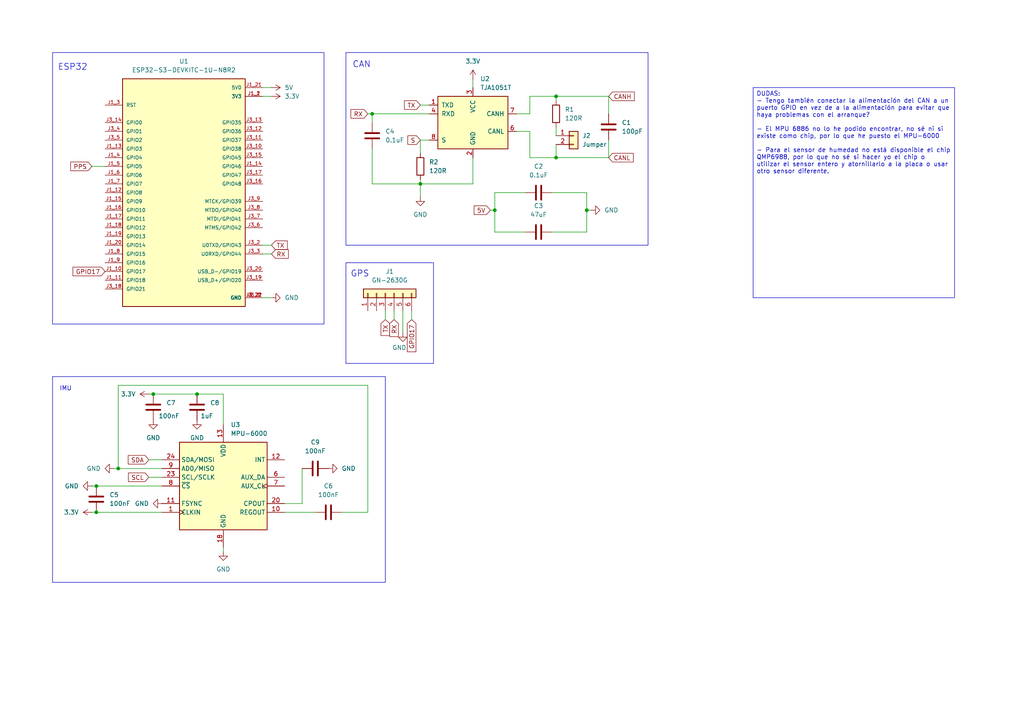
<source format=kicad_sch>
(kicad_sch (version 20250114) (generator "eeschema") (generator_version "9.0")
  (paper "A4")
  (lib_symbols
    (symbol "Connector_Generic:Conn_01x02" (pin_names (offset 1.016) (hide yes))
      (property "Reference" "J" (at 0 2.54 0))
      (property "Value" "Conn_01x02" (at 0 -5.08 0))
      (symbol "Conn_01x02_1_1"
        (rectangle (start -1.27 1.27) (end 1.27 -3.81) (stroke (width 0.254)) (fill (type background)))
        (rectangle (start -1.27 0.127) (end 0 -0.127) (stroke (width 0.1524)))
        (rectangle (start -1.27 -2.413) (end 0 -2.667) (stroke (width 0.1524)))
        (pin passive line (at -5.08 0 0) (length 3.81) (name "Pin_1") (number "1"))
        (pin passive line (at -5.08 -2.54 0) (length 3.81) (name "Pin_2") (number "2"))
      )
    )
    (symbol "Connector_Generic:Conn_01x06" (pin_names (offset 1.016) (hide yes))
      (property "Reference" "J" (at 0 7.62 0))
      (property "Value" "Conn_01x06" (at 0 -10.16 0))
      (symbol "Conn_01x06_1_1"
        (rectangle (start -1.27 6.35) (end 1.27 -8.89) (stroke (width 0.254)) (fill (type background)))
        (rectangle (start -1.27 5.207) (end 0 4.953) (stroke (width 0.1524)))
        (rectangle (start -1.27 2.667) (end 0 2.413) (stroke (width 0.1524)))
        (rectangle (start -1.27 0.127) (end 0 -0.127) (stroke (width 0.1524)))
        (rectangle (start -1.27 -2.413) (end 0 -2.667) (stroke (width 0.1524)))
        (rectangle (start -1.27 -4.953) (end 0 -5.207) (stroke (width 0.1524)))
        (rectangle (start -1.27 -7.493) (end 0 -7.747) (stroke (width 0.1524)))
        (pin passive line (at -5.08 5.08 0) (length 3.81) (name "Pin_1") (number "1"))
        (pin passive line (at -5.08 2.54 0) (length 3.81) (name "Pin_2") (number "2"))
        (pin passive line (at -5.08 0 0) (length 3.81) (name "Pin_3") (number "3"))
        (pin passive line (at -5.08 -2.54 0) (length 3.81) (name "Pin_4") (number "4"))
        (pin passive line (at -5.08 -5.08 0) (length 3.81) (name "Pin_5") (number "5"))
        (pin passive line (at -5.08 -7.62 0) (length 3.81) (name "Pin_6") (number "6"))
      )
    )
    (symbol "Device:C" (pin_numbers (hide yes)) (pin_names (offset 0.254))
      (property "Reference" "C" (at 0.635 2.54 0))
      (property "Value" "C" (at 0.635 -2.54 0))
      (symbol "C_0_1"
        (polyline (pts (xy -2.032 0.762) (xy 2.032 0.762)) (stroke (width 0.508)))
        (polyline (pts (xy -2.032 -0.762) (xy 2.032 -0.762)) (stroke (width 0.508)))
      )
      (symbol "C_1_1"
        (pin passive line (at 0 3.81 270) (length 2.794) (name "~") (number "1"))
        (pin passive line (at 0 -3.81 90) (length 2.794) (name "~") (number "2"))
      )
    )
    (symbol "Device:R" (pin_numbers (hide yes)) (pin_names (offset 0))
      (property "Reference" "R" (at 2.032 0 90))
      (property "Value" "R" (at 0 0 90))
      (symbol "R_0_1"
        (rectangle (start -1.016 -2.54) (end 1.016 2.54) (stroke (width 0.254)))
      )
      (symbol "R_1_1"
        (pin passive line (at 0 3.81 270) (length 1.27) (name "~") (number "1"))
        (pin passive line (at 0 -3.81 90) (length 1.27) (name "~") (number "2"))
      )
    )
    (symbol "Interface_CAN_LIN:TJA1051T" (pin_names (offset 1.016))
      (property "Reference" "U" (at -10.16 8.89 0))
      (property "Value" "TJA1051T" (at 1.27 8.89 0))
      (symbol "TJA1051T_0_1"
        (rectangle (start -10.16 7.62) (end 10.16 -7.62) (stroke (width 0.254)) (fill (type background)))
      )
      (symbol "TJA1051T_1_1"
        (pin input line (at -12.7 5.08 0) (length 2.54) (name "TXD") (number "1"))
        (pin output line (at -12.7 2.54 0) (length 2.54) (name "RXD") (number "4"))
        (pin input line (at -12.7 -5.08 0) (length 2.54) (name "S") (number "8"))
        (pin no_connect line (at -10.16 -2.54 0) (length 2.54) (hide yes) (name "NC") (number "5"))
        (pin power_in line (at 0 10.16 270) (length 2.54) (name "VCC") (number "3"))
        (pin power_in line (at 0 -10.16 90) (length 2.54) (name "GND") (number "2"))
        (pin bidirectional line (at 12.7 2.54 180) (length 2.54) (name "CANH") (number "7"))
        (pin bidirectional line (at 12.7 -2.54 180) (length 2.54) (name "CANL") (number "6"))
      )
    )
    (symbol "Sensor_Motion:MPU-6000"
      (property "Reference" "U" (at -11.43 13.97 0))
      (property "Value" "MPU-6000" (at 7.62 -13.97 0))
      (symbol "MPU-6000_0_1"
        (rectangle (start -12.7 12.7) (end 12.7 -12.7) (stroke (width 0.254)) (fill (type background)))
      )
      (symbol "MPU-6000_1_1"
        (pin bidirectional line (at -17.78 7.62 0) (length 5.08) (name "SDA/MOSI") (number "24"))
        (pin bidirectional line (at -17.78 5.08 0) (length 5.08) (name "AD0/MISO") (number "9"))
        (pin input line (at -17.78 2.54 0) (length 5.08) (name "SCL/SCLK") (number "23"))
        (pin input line (at -17.78 0 0) (length 5.08) (name "~{CS}") (number "8"))
        (pin input line (at -17.78 -5.08 0) (length 5.08) (name "FSYNC") (number "11"))
        (pin input clock (at -17.78 -7.62 0) (length 5.08) (name "CLKIN") (number "1"))
        (pin power_in line (at 0 17.78 270) (length 5.08) (name "VDD") (number "13"))
        (pin power_in line (at 0 -17.78 90) (length 5.08) (name "GND") (number "18"))
        (pin output line (at 17.78 7.62 180) (length 5.08) (name "INT") (number "12"))
        (pin bidirectional line (at 17.78 2.54 180) (length 5.08) (name "AUX_DA") (number "6"))
        (pin output clock (at 17.78 0 180) (length 5.08) (name "AUX_CL") (number "7"))
        (pin passive line (at 17.78 -5.08 180) (length 5.08) (name "CPOUT") (number "20"))
        (pin passive line (at 17.78 -7.62 180) (length 5.08) (name "REGOUT") (number "10"))
      )
    )
    (symbol "power:GND" (power) (pin_numbers (hide yes)) (pin_names (offset 0) (hide yes))
      (property "Value" "GND" (at 0 -3.81 0))
      (symbol "GND_0_1"
        (polyline (pts (xy 0 0) (xy 0 -1.27) (xy 1.27 -1.27) (xy 0 -2.54) (xy -1.27 -1.27) (xy 0 -1.27)))
      )
      (symbol "GND_1_1"
        (pin power_in line (at 0 0 270) (length 0) (name "~") (number "1"))
      )
    )
    (symbol "power:VCC" (power) (pin_numbers (hide yes)) (pin_names (offset 0) (hide yes))
      (property "Value" "VCC" (at 0 3.556 0))
      (symbol "VCC_0_1"
        (polyline (pts (xy -0.762 1.27) (xy 0 2.54)))
        (polyline (pts (xy 0 2.54) (xy 0.762 1.27)))
        (polyline (pts (xy 0 0) (xy 0 2.54)))
      )
      (symbol "VCC_1_1"
        (pin power_in line (at 0 0 90) (length 0) (name "~") (number "1"))
      )
    )
    (symbol "symbols:ESP32-S3-DEVKITC-1U-N8R2" (pin_names (offset 1.016))
      (property "Reference" "U" (at -17.78 35.56 0))
      (property "Value" "ESP32-S3-DEVKITC-1U-N8R2" (at -17.78 -35.56 0))
      (symbol "ESP32-S3-DEVKITC-1U-N8R2_0_0"
        (rectangle (start -17.78 -33.02) (end 17.78 33.02) (stroke (width 0.254)) (fill (type background)))
        (pin input line (at -22.86 25.4 0) (length 5.08) (name "RST") (number "J1_3"))
        (pin bidirectional line (at -22.86 20.32 0) (length 5.08) (name "GPIO0") (number "J3_14"))
        (pin bidirectional line (at -22.86 17.78 0) (length 5.08) (name "GPIO1") (number "J3_4"))
        (pin bidirectional line (at -22.86 15.24 0) (length 5.08) (name "GPIO2") (number "J3_5"))
        (pin bidirectional line (at -22.86 12.7 0) (length 5.08) (name "GPIO3") (number "J1_13"))
        (pin bidirectional line (at -22.86 10.16 0) (length 5.08) (name "GPIO4") (number "J1_4"))
        (pin bidirectional line (at -22.86 7.62 0) (length 5.08) (name "GPIO5") (number "J1_5"))
        (pin bidirectional line (at -22.86 5.08 0) (length 5.08) (name "GPIO6") (number "J1_6"))
        (pin bidirectional line (at -22.86 2.54 0) (length 5.08) (name "GPIO7") (number "J1_7"))
        (pin bidirectional line (at -22.86 0 0) (length 5.08) (name "GPIO8") (number "J1_12"))
        (pin bidirectional line (at -22.86 -2.54 0) (length 5.08) (name "GPIO9") (number "J1_15"))
        (pin bidirectional line (at -22.86 -5.08 0) (length 5.08) (name "GPIO10") (number "J1_16"))
        (pin bidirectional line (at -22.86 -7.62 0) (length 5.08) (name "GPIO11") (number "J1_17"))
        (pin bidirectional line (at -22.86 -10.16 0) (length 5.08) (name "GPIO12") (number "J1_18"))
        (pin bidirectional line (at -22.86 -12.7 0) (length 5.08) (name "GPIO13") (number "J1_19"))
        (pin bidirectional line (at -22.86 -15.24 0) (length 5.08) (name "GPIO14") (number "J1_20"))
        (pin bidirectional line (at -22.86 -17.78 0) (length 5.08) (name "GPIO15") (number "J1_8"))
        (pin bidirectional line (at -22.86 -20.32 0) (length 5.08) (name "GPIO16") (number "J1_9"))
        (pin bidirectional line (at -22.86 -22.86 0) (length 5.08) (name "GPIO17") (number "J1_10"))
        (pin bidirectional line (at -22.86 -25.4 0) (length 5.08) (name "GPIO18") (number "J1_11"))
        (pin bidirectional line (at -22.86 -27.94 0) (length 5.08) (name "GPIO21") (number "J3_18"))
        (pin power_in line (at 22.86 30.48 180) (length 5.08) (name "5V0") (number "J1_21"))
        (pin power_in line (at 22.86 27.94 180) (length 5.08) (name "3V3") (number "J1_1"))
        (pin power_in line (at 22.86 27.94 180) (length 5.08) (name "3V3") (number "J1_2"))
        (pin bidirectional line (at 22.86 20.32 180) (length 5.08) (name "GPIO35") (number "J3_13"))
        (pin bidirectional line (at 22.86 17.78 180) (length 5.08) (name "GPIO36") (number "J3_12"))
        (pin bidirectional line (at 22.86 15.24 180) (length 5.08) (name "GPIO37") (number "J3_11"))
        (pin bidirectional line (at 22.86 12.7 180) (length 5.08) (name "GPIO38") (number "J3_10"))
        (pin bidirectional line (at 22.86 10.16 180) (length 5.08) (name "GPIO45") (number "J3_15"))
        (pin bidirectional line (at 22.86 7.62 180) (length 5.08) (name "GPIO46") (number "J1_14"))
        (pin bidirectional line (at 22.86 5.08 180) (length 5.08) (name "GPIO47") (number "J3_17"))
        (pin bidirectional line (at 22.86 2.54 180) (length 5.08) (name "GPIO48") (number "J3_16"))
        (pin bidirectional line (at 22.86 -2.54 180) (length 5.08) (name "MTCK/GPIO39") (number "J3_9"))
        (pin bidirectional line (at 22.86 -5.08 180) (length 5.08) (name "MTDO/GPIO40") (number "J3_8"))
        (pin bidirectional line (at 22.86 -7.62 180) (length 5.08) (name "MTDI/GPIO41") (number "J3_7"))
        (pin bidirectional line (at 22.86 -10.16 180) (length 5.08) (name "MTMS/GPIO42") (number "J3_6"))
        (pin bidirectional line (at 22.86 -15.24 180) (length 5.08) (name "U0TXD/GPIO43") (number "J3_2"))
        (pin bidirectional line (at 22.86 -17.78 180) (length 5.08) (name "U0RXD/GPIO44") (number "J3_3"))
        (pin bidirectional line (at 22.86 -22.86 180) (length 5.08) (name "USB_D-/GPIO19") (number "J3_20"))
        (pin bidirectional line (at 22.86 -25.4 180) (length 5.08) (name "USB_D+/GPIO20") (number "J3_19"))
        (pin power_in line (at 22.86 -30.48 180) (length 5.08) (name "GND") (number "J1_22"))
        (pin power_in line (at 22.86 -30.48 180) (length 5.08) (name "GND") (number "J3_1"))
        (pin power_in line (at 22.86 -30.48 180) (length 5.08) (name "GND") (number "J3_21"))
        (pin power_in line (at 22.86 -30.48 180) (length 5.08) (name "GND") (number "J3_22"))
      )
    )
  )
  (rectangle (start 15.24 109.22) (end 111.76 168.91))
  (rectangle (start 100.33 76.2) (end 125.73 105.41))
  (rectangle (start 15.24 15.24) (end 93.98 93.98))
  (rectangle (start 100.33 15.24) (end 187.96 71.12))
  (text "GPS\n" (at 104.394 79.502 0) (effects (font (size 1.778 1.778))))
  (text "ESP32\n" (at 21.082 19.558 0) (effects (font (size 1.778 1.778))))
  (text "CAN\n" (at 104.902 18.796 0) (effects (font (size 1.778 1.778))))
  (text "IMU" (at 19.05 112.776 0) (effects (font (size 1.27 1.27))))
  (text_box "DUDAS:\n- Tengo también conectar la alimentación del CAN a un puerto GPIO en vez de a la alimentación para evitar que haya problemas con el arranque?\n\n- El MPU 6886 no lo he podido encontrar, no sé ni si existe como chip, por lo que he puesto el MPU-6000\n\n- Para el sensor de humedad no está disponible el chip QMP6988, por lo que no sé si hacer yo el chip o utilizar el sensor entero y atornillarlo a la placa o usar otro sensor diferente.\n" (at 218.44 25.4 0) (size 58.42 60.96) (margins 0.9525 0.9525 0.9525 0.9525) (effects (font (size 1.27 1.27)) (justify left top)))
  (junction (at 27.94 140.97))
  (junction (at 34.29 135.89))
  (junction (at 170.18 60.96))
  (junction (at 161.29 27.94))
  (junction (at 107.95 33.02))
  (junction (at 161.29 45.72))
  (junction (at 143.51 60.96))
  (junction (at 44.45 114.3))
  (junction (at 57.15 114.3))
  (junction (at 121.92 53.34))
  (junction (at 27.94 148.59))
  (wire (pts (xy 78.74 73.66) (xy 76.2 73.66)))
  (wire (pts (xy 170.18 55.88) (xy 170.18 60.96)))
  (wire (pts (xy 153.67 45.72) (xy 161.29 45.72)))
  (wire (pts (xy 142.24 60.96) (xy 143.51 60.96)))
  (wire (pts (xy 121.92 40.64) (xy 124.46 40.64)))
  (wire (pts (xy 33.02 135.89) (xy 34.29 135.89)))
  (wire (pts (xy 171.45 60.96) (xy 170.18 60.96)))
  (wire (pts (xy 26.67 148.59) (xy 27.94 148.59)))
  (wire (pts (xy 160.02 55.88) (xy 170.18 55.88)))
  (wire (pts (xy 121.92 53.34) (xy 121.92 52.07)))
  (wire (pts (xy 106.68 148.59) (xy 99.06 148.59)))
  (wire (pts (xy 161.29 41.91) (xy 161.29 45.72)))
  (wire (pts (xy 176.53 40.64) (xy 176.53 45.72)))
  (wire (pts (xy 137.16 53.34) (xy 121.92 53.34)))
  (wire (pts (xy 34.29 135.89) (xy 46.99 135.89)))
  (wire (pts (xy 64.77 123.19) (xy 64.77 114.3)))
  (wire (pts (xy 121.92 53.34) (xy 121.92 57.15)))
  (wire (pts (xy 43.18 138.43) (xy 46.99 138.43)))
  (wire (pts (xy 27.94 140.97) (xy 46.99 140.97)))
  (wire (pts (xy 124.46 33.02) (xy 107.95 33.02)))
  (wire (pts (xy 107.95 53.34) (xy 121.92 53.34)))
  (wire (pts (xy 170.18 60.96) (xy 170.18 67.31)))
  (wire (pts (xy 121.92 30.48) (xy 124.46 30.48)))
  (wire (pts (xy 153.67 33.02) (xy 153.67 27.94)))
  (wire (pts (xy 153.67 38.1) (xy 153.67 45.72)))
  (wire (pts (xy 111.76 90.17) (xy 111.76 92.71)))
  (wire (pts (xy 76.2 71.12) (xy 78.74 71.12)))
  (wire (pts (xy 114.3 90.17) (xy 114.3 92.71)))
  (wire (pts (xy 176.53 33.02) (xy 176.53 27.94)))
  (wire (pts (xy 106.68 33.02) (xy 107.95 33.02)))
  (wire (pts (xy 152.4 67.31) (xy 143.51 67.31)))
  (wire (pts (xy 106.68 111.76) (xy 34.29 111.76)))
  (wire (pts (xy 119.38 90.17) (xy 119.38 92.71)))
  (wire (pts (xy 78.74 86.36) (xy 76.2 86.36)))
  (wire (pts (xy 82.55 146.05) (xy 87.63 146.05)))
  (wire (pts (xy 137.16 45.72) (xy 137.16 53.34)))
  (wire (pts (xy 153.67 27.94) (xy 161.29 27.94)))
  (wire (pts (xy 152.4 55.88) (xy 143.51 55.88)))
  (wire (pts (xy 43.18 133.35) (xy 46.99 133.35)))
  (wire (pts (xy 26.67 140.97) (xy 27.94 140.97)))
  (wire (pts (xy 149.86 33.02) (xy 153.67 33.02)))
  (wire (pts (xy 107.95 43.18) (xy 107.95 53.34)))
  (wire (pts (xy 137.16 22.86) (xy 137.16 25.4)))
  (wire (pts (xy 87.63 146.05) (xy 87.63 135.89)))
  (wire (pts (xy 106.68 148.59) (xy 106.68 111.76)))
  (wire (pts (xy 176.53 27.94) (xy 161.29 27.94)))
  (wire (pts (xy 43.18 114.3) (xy 44.45 114.3)))
  (wire (pts (xy 64.77 160.02) (xy 64.77 158.75)))
  (wire (pts (xy 161.29 36.83) (xy 161.29 39.37)))
  (wire (pts (xy 78.74 27.94) (xy 76.2 27.94)))
  (wire (pts (xy 44.45 114.3) (xy 57.15 114.3)))
  (wire (pts (xy 26.67 48.26) (xy 30.48 48.26)))
  (wire (pts (xy 116.84 90.17) (xy 116.84 96.52)))
  (wire (pts (xy 161.29 45.72) (xy 176.53 45.72)))
  (wire (pts (xy 143.51 60.96) (xy 143.51 67.31)))
  (wire (pts (xy 160.02 67.31) (xy 170.18 67.31)))
  (wire (pts (xy 34.29 111.76) (xy 34.29 135.89)))
  (wire (pts (xy 64.77 114.3) (xy 57.15 114.3)))
  (wire (pts (xy 143.51 55.88) (xy 143.51 60.96)))
  (wire (pts (xy 107.95 33.02) (xy 107.95 35.56)))
  (wire (pts (xy 149.86 38.1) (xy 153.67 38.1)))
  (wire (pts (xy 121.92 44.45) (xy 121.92 40.64)))
  (wire (pts (xy 78.74 25.4) (xy 76.2 25.4)))
  (wire (pts (xy 27.94 148.59) (xy 46.99 148.59)))
  (wire (pts (xy 161.29 29.21) (xy 161.29 27.94)))
  (wire (pts (xy 82.55 148.59) (xy 91.44 148.59)))
  (global_label "TX" (shape input) (at 121.92 30.48 180) (property "Intersheetrefs" "${INTERSHEET_REFS}" (effects (hide yes))))
  (global_label "GPIO17" (shape input) (at 30.48 78.74 180) (property "Intersheetrefs" "${INTERSHEET_REFS}" (effects (hide yes))))
  (global_label "S" (shape input) (at 121.92 40.64 180) (property "Intersheetrefs" "${INTERSHEET_REFS}" (effects (hide yes))))
  (global_label "PPS" (shape input) (at 26.67 48.26 180) (property "Intersheetrefs" "${INTERSHEET_REFS}" (effects (hide yes))))
  (global_label "GPIO17" (shape input) (at 119.38 92.71 270) (property "Intersheetrefs" "${INTERSHEET_REFS}" (effects (hide yes))))
  (global_label "RX" (shape input) (at 106.68 33.02 180) (property "Intersheetrefs" "${INTERSHEET_REFS}" (effects (hide yes))))
  (global_label "SDA" (shape input) (at 43.18 133.35 180) (property "Intersheetrefs" "${INTERSHEET_REFS}" (effects (hide yes))))
  (global_label "TX" (shape input) (at 78.74 71.12 0) (property "Intersheetrefs" "${INTERSHEET_REFS}" (effects (hide yes))))
  (global_label "CANL" (shape input) (at 176.53 45.72 0) (property "Intersheetrefs" "${INTERSHEET_REFS}" (effects (hide yes))))
  (global_label "TX" (shape input) (at 111.76 92.71 270) (property "Intersheetrefs" "${INTERSHEET_REFS}" (effects (hide yes))))
  (global_label "CANH" (shape input) (at 176.53 27.94 0) (property "Intersheetrefs" "${INTERSHEET_REFS}" (effects (hide yes))))
  (global_label "RX" (shape input) (at 114.3 92.71 270) (property "Intersheetrefs" "${INTERSHEET_REFS}" (effects (hide yes))))
  (global_label "RX" (shape input) (at 78.74 73.66 0) (property "Intersheetrefs" "${INTERSHEET_REFS}" (effects (hide yes))))
  (global_label "5V" (shape input) (at 142.24 60.96 180) (property "Intersheetrefs" "${INTERSHEET_REFS}" (effects (hide yes))))
  (global_label "SCL" (shape input) (at 43.18 138.43 180) (property "Intersheetrefs" "${INTERSHEET_REFS}" (effects (hide yes))))
  (symbol (lib_id "Device:C") (at 44.45 118.11 0) (unit 1)
    (property "Reference" "C7" (at 48.26 116.8399 0) (effects (justify left)))
    (property "Value" "100nF" (at 45.974 120.65 0) (effects (justify left)))
    (property "Footprint" "Capacitor_SMD:C_0805_2012Metric" (effects (hide yes)))
    (property "Description" "Unpolarized capacitor" (effects (hide yes)))
  )
  (symbol (lib_id "power:VCC") (at 43.18 114.3 90) (unit 1)
    (property "Reference" "#PWR013" (effects (hide yes)))
    (property "Value" "3.3V" (at 39.37 114.2999 90) (effects (justify left)))
    (property "Description" "Power symbol creates a global label with name \"VCC\"" (effects (hide yes)))
  )
  (symbol (lib_id "Interface_CAN_LIN:TJA1051T") (at 137.16 35.56 0) (unit 1)
    (property "Reference" "U2" (at 139.3033 22.86 0) (effects (justify left)))
    (property "Value" "TJA1051T" (at 139.3033 25.4 0) (effects (justify left)))
    (property "Footprint" "Package_SO:SOIC-8_3.9x4.9mm_P1.27mm" (effects (hide yes)))
    (property "Datasheet" "http://www.nxp.com/docs/en/data-sheet/TJA1051.pdf" (effects (hide yes)))
    (property "Description" "High-Speed CAN Transceiver, silent mode, SOIC-8" (effects (hide yes)))
  )
  (symbol (lib_id "Connector_Generic:Conn_01x06") (at 111.76 85.09 90) (unit 1)
    (property "Reference" "J1" (at 113.03 78.74 90))
    (property "Value" "GN-2630G" (at 113.03 81.28 90))
    (property "Footprint" "Conn_01x06:PinHeader_1x06_P2.54mm_Vertical" (effects (hide yes)))
    (property "Description" "Generic connector, single row, 01x06, script generated (kicad-library-utils/schlib/autogen/connector/)" (effects (hide yes)))
  )
  (symbol (lib_id "power:VCC") (at 78.74 25.4 270) (unit 1)
    (property "Reference" "#PWR05" (effects (hide yes)))
    (property "Value" "5V" (at 82.55 25.3999 90) (effects (justify left)))
    (property "Description" "Power symbol creates a global label with name \"VCC\"" (effects (hide yes)))
  )
  (symbol (lib_id "power:GND") (at 33.02 135.89 270) (unit 1)
    (property "Reference" "#PWR011" (effects (hide yes)))
    (property "Value" "GND" (at 29.21 135.8899 90) (effects (justify right)))
    (property "Description" "Power symbol creates a global label with name \"GND\" , ground" (effects (hide yes)))
  )
  (symbol (lib_id "power:VCC") (at 26.67 148.59 90) (unit 1)
    (property "Reference" "#PWR010" (effects (hide yes)))
    (property "Value" "3.3V" (at 22.86 148.5899 90) (effects (justify left)))
    (property "Description" "Power symbol creates a global label with name \"VCC\"" (effects (hide yes)))
  )
  (symbol (lib_id "Device:C") (at 27.94 144.78 0) (unit 1)
    (property "Reference" "C5" (at 31.75 143.5099 0) (effects (justify left)))
    (property "Value" "100nF" (at 31.75 146.0499 0) (effects (justify left)))
    (property "Footprint" "Capacitor_SMD:C_0805_2012Metric" (effects (hide yes)))
    (property "Description" "Unpolarized capacitor" (effects (hide yes)))
  )
  (symbol (lib_id "Device:C") (at 57.15 118.11 0) (unit 1)
    (property "Reference" "C8" (at 60.96 116.8399 0) (effects (justify left)))
    (property "Value" "1uF" (at 58.166 120.65 0) (effects (justify left)))
    (property "Footprint" "Capacitor_SMD:C_0805_2012Metric" (effects (hide yes)))
    (property "Description" "Unpolarized capacitor" (effects (hide yes)))
  )
  (symbol (lib_id "power:GND") (at 46.99 146.05 270) (unit 1)
    (property "Reference" "#PWR02" (effects (hide yes)))
    (property "Value" "GND" (at 43.18 146.0499 90) (effects (justify right)))
    (property "Description" "Power symbol creates a global label with name \"GND\" , ground" (effects (hide yes)))
  )
  (symbol (lib_id "power:GND") (at 44.45 121.92 0) (unit 1)
    (property "Reference" "#PWR014" (effects (hide yes)))
    (property "Value" "GND" (at 44.45 127 0))
    (property "Description" "Power symbol creates a global label with name \"GND\" , ground" (effects (hide yes)))
  )
  (symbol (lib_id "Device:C") (at 156.21 55.88 90) (unit 1)
    (property "Reference" "C2" (at 156.21 48.26 90))
    (property "Value" "0.1uF" (at 156.21 50.8 90))
    (property "Footprint" "Capacitor_SMD:C_0805_2012Metric" (effects (hide yes)))
    (property "Description" "Unpolarized capacitor" (effects (hide yes)))
  )
  (symbol (lib_id "Device:C") (at 156.21 67.31 90) (unit 1)
    (property "Reference" "C3" (at 156.21 59.69 90))
    (property "Value" "47uF" (at 156.21 62.23 90))
    (property "Footprint" "Capacitor_SMD:C_0805_2012Metric" (effects (hide yes)))
    (property "Description" "Unpolarized capacitor" (effects (hide yes)))
  )
  (symbol (lib_id "Device:C") (at 176.53 36.83 0) (unit 1)
    (property "Reference" "C1" (at 180.34 35.5599 0) (effects (justify left)))
    (property "Value" "100pF" (at 180.34 38.0999 0) (effects (justify left)))
    (property "Footprint" "Capacitor_SMD:C_0805_2012Metric" (effects (hide yes)))
    (property "Description" "Unpolarized capacitor" (effects (hide yes)))
  )
  (symbol (lib_id "Device:R") (at 161.29 33.02 0) (unit 1)
    (property "Reference" "R1" (at 163.83 31.7499 0) (effects (justify left)))
    (property "Value" "120R" (at 163.83 34.2899 0) (effects (justify left)))
    (property "Footprint" "Resistor_SMD:R_1206_3216Metric" (effects (hide yes)))
    (property "Description" "Resistor" (effects (hide yes)))
  )
  (symbol (lib_id "power:VCC") (at 137.16 22.86 0) (unit 1)
    (property "Reference" "#PWR09" (effects (hide yes)))
    (property "Value" "3.3V" (at 137.16 17.78 0))
    (property "Description" "Power symbol creates a global label with name \"VCC\"" (effects (hide yes)))
  )
  (symbol (lib_id "power:GND") (at 171.45 60.96 90) (unit 1)
    (property "Reference" "#PWR07" (effects (hide yes)))
    (property "Value" "GND" (at 175.26 60.9599 90) (effects (justify right)))
    (property "Description" "Power symbol creates a global label with name \"GND\" , ground" (effects (hide yes)))
  )
  (symbol (lib_id "power:GND") (at 57.15 121.92 0) (unit 1)
    (property "Reference" "#PWR015" (effects (hide yes)))
    (property "Value" "GND" (at 57.15 127 0))
    (property "Description" "Power symbol creates a global label with name \"GND\" , ground" (effects (hide yes)))
  )
  (symbol (lib_id "power:GND") (at 95.25 135.89 90) (unit 1)
    (property "Reference" "#PWR016" (effects (hide yes)))
    (property "Value" "GND" (at 99.06 135.8899 90) (effects (justify right)))
    (property "Description" "Power symbol creates a global label with name \"GND\" , ground" (effects (hide yes)))
  )
  (symbol (lib_id "power:VCC") (at 78.74 27.94 270) (unit 1)
    (property "Reference" "#PWR03" (effects (hide yes)))
    (property "Value" "3.3V" (at 82.55 27.9399 90) (effects (justify left)))
    (property "Description" "Power symbol creates a global label with name \"VCC\"" (effects (hide yes)))
  )
  (symbol (lib_id "symbols:ESP32-S3-DEVKITC-1U-N8R2") (at 53.34 55.88 0) (unit 1)
    (property "Reference" "U1" (at 53.34 17.78 0))
    (property "Value" "ESP32-S3-DEVKITC-1U-N8R2" (at 53.34 20.32 0))
    (property "Footprint" "ESP32-S3-DEVKITC-1U-N8R2:XCVR_ESP32-S3-DEVKITC-1U-N8R2" (effects (hide yes)))
    (property "MF" "Espressif Systems" (effects (hide yes)))
    (property "MAXIMUM_PACKAGE_HEIGHT" "10.69mm" (effects (hide yes)))
    (property "Package" "None" (effects (hide yes)))
    (property "Price" "None" (effects (hide yes)))
    (property "Check_prices" "https://www.snapeda.com/parts/ESP32-S3-DEVKITC-1U-N8R2/Espressif+Systems/view-part/?ref=eda" (effects (hide yes)))
    (property "STANDARD" "Manufacturer Recommendations" (effects (hide yes)))
    (property "PARTREV" "5.3" (effects (hide yes)))
    (property "SnapEDA_Link" "https://www.snapeda.com/parts/ESP32-S3-DEVKITC-1U-N8R2/Espressif+Systems/view-part/?ref=snap" (effects (hide yes)))
    (property "MP" "ESP32-S3-DEVKITC-1U-N8R2" (effects (hide yes)))
    (property "Description_1" "The ESP32-S3-DEVKITC-1U-N8R2 Evaluation Board from Espressif Systems is a versatile development platform designed for wireless communication applications. It features the ESP32-S3-WROOM-1U-N8R2 transceiver, supporting 802.11 b/g/n Wi-Fi and Bluetooth® 5.x BLE at 2.4GHz, ensuring reliable connectivity. Equipped with 8MB Quad SPI Flash and 2MB Quad SPI, along with 512KB SRAM and 384KB ROM, the board provides ample memory for handling complex tasks efficiently." (effects (hide yes)))
    (property "Availability" "In Stock" (effects (hide yes)))
    (property "MANUFACTURER" "Espressif" (effects (hide yes)))
  )
  (symbol (lib_id "Sensor_Motion:MPU-6000") (at 64.77 140.97 0) (unit 1)
    (property "Reference" "U3" (at 66.9133 123.19 0) (effects (justify left)))
    (property "Value" "MPU-6000" (at 66.9133 125.73 0) (effects (justify left)))
    (property "Footprint" "Sensor_Motion:InvenSense_QFN-24_4x4mm_P0.5mm" (effects (hide yes)))
    (property "Datasheet" "https://invensense.tdk.com/wp-content/uploads/2015/02/MPU-6000-Datasheet1.pdf" (effects (hide yes)))
    (property "Description" "InvenSense 6-Axis Motion Sensor, Gyroscope, Accelerometer, I2C/SPI" (effects (hide yes)))
  )
  (symbol (lib_id "Device:R") (at 121.92 48.26 0) (unit 1)
    (property "Reference" "R2" (at 124.46 46.9899 0) (effects (justify left)))
    (property "Value" "120R" (at 124.46 49.5299 0) (effects (justify left)))
    (property "Footprint" "Resistor_SMD:R_1206_3216Metric" (effects (hide yes)))
    (property "Description" "Resistor" (effects (hide yes)))
  )
  (symbol (lib_id "power:GND") (at 78.74 86.36 90) (unit 1)
    (property "Reference" "#PWR04" (effects (hide yes)))
    (property "Value" "GND" (at 82.55 86.3599 90) (effects (justify right)))
    (property "Description" "Power symbol creates a global label with name \"GND\" , ground" (effects (hide yes)))
  )
  (symbol (lib_id "power:GND") (at 26.67 140.97 270) (unit 1)
    (property "Reference" "#PWR06" (effects (hide yes)))
    (property "Value" "GND" (at 22.86 140.9699 90) (effects (justify right)))
    (property "Description" "Power symbol creates a global label with name \"GND\" , ground" (effects (hide yes)))
  )
  (symbol (lib_id "Device:C") (at 95.25 148.59 90) (unit 1)
    (property "Reference" "C6" (at 95.25 140.97 90))
    (property "Value" "100nF" (at 95.25 143.51 90))
    (property "Footprint" "Capacitor_SMD:C_0805_2012Metric" (effects (hide yes)))
    (property "Description" "Unpolarized capacitor" (effects (hide yes)))
  )
  (symbol (lib_id "power:GND") (at 64.77 160.02 0) (unit 1)
    (property "Reference" "#PWR012" (effects (hide yes)))
    (property "Value" "GND" (at 64.77 165.1 0))
    (property "Description" "Power symbol creates a global label with name \"GND\" , ground" (effects (hide yes)))
  )
  (symbol (lib_id "power:GND") (at 121.92 57.15 0) (unit 1)
    (property "Reference" "#PWR08" (effects (hide yes)))
    (property "Value" "GND" (at 121.92 62.23 0))
    (property "Description" "Power symbol creates a global label with name \"GND\" , ground" (effects (hide yes)))
  )
  (symbol (lib_id "Device:C") (at 107.95 39.37 0) (unit 1)
    (property "Reference" "C4" (at 111.76 38.0999 0) (effects (justify left)))
    (property "Value" "0.1uF" (at 111.76 40.6399 0) (effects (justify left)))
    (property "Footprint" "Capacitor_SMD:C_0805_2012Metric" (effects (hide yes)))
    (property "Description" "Unpolarized capacitor" (effects (hide yes)))
  )
  (symbol (lib_id "Device:C") (at 91.44 135.89 90) (unit 1)
    (property "Reference" "C9" (at 91.44 128.27 90))
    (property "Value" "100nF" (at 91.44 130.81 90))
    (property "Footprint" "Capacitor_SMD:C_0805_2012Metric" (effects (hide yes)))
    (property "Description" "Unpolarized capacitor" (effects (hide yes)))
  )
  (symbol (lib_id "Connector_Generic:Conn_01x02") (at 166.37 39.37 0) (unit 1)
    (property "Reference" "J2" (at 168.91 39.3699 0) (effects (justify left)))
    (property "Value" "Jumper" (at 168.91 41.9099 0) (effects (justify left)))
    (property "Footprint" "Connector_PinHeader_1.00mm:PinHeader_1x02_P1.00mm_Vertical" (effects (hide yes)))
    (property "Description" "Generic connector, single row, 01x02, script generated (kicad-library-utils/schlib/autogen/connector/)" (effects (hide yes)))
  )
  (symbol (lib_id "power:GND") (at 116.84 96.52 0) (unit 1)
    (property "Reference" "#PWR01" (effects (hide yes)))
    (property "Value" "GND" (at 115.824 100.838 0))
    (property "Description" "Power symbol creates a global label with name \"GND\" , ground" (effects (hide yes)))
  )
)
</source>
